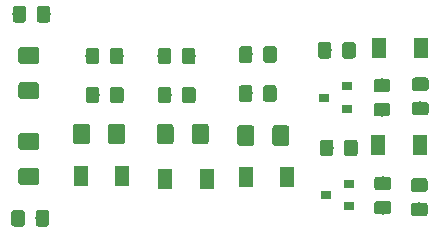
<source format=gbr>
%TF.GenerationSoftware,KiCad,Pcbnew,(5.1.4-0-10_14)*%
%TF.CreationDate,2019-08-17T10:21:19+03:00*%
%TF.ProjectId,Cooler_routed,436f6f6c-6572-45f7-926f-757465642e6b,rev?*%
%TF.SameCoordinates,Original*%
%TF.FileFunction,Paste,Top*%
%TF.FilePolarity,Positive*%
%FSLAX46Y46*%
G04 Gerber Fmt 4.6, Leading zero omitted, Abs format (unit mm)*
G04 Created by KiCad (PCBNEW (5.1.4-0-10_14)) date 2019-08-17 10:21:19*
%MOMM*%
%LPD*%
G04 APERTURE LIST*
%ADD10R,0.900000X0.800000*%
%ADD11C,0.150000*%
%ADD12C,1.150000*%
%ADD13C,1.425000*%
%ADD14R,1.300000X1.700000*%
G04 APERTURE END LIST*
D10*
%TO.C,Q1*%
X220418000Y-107122000D03*
X220418000Y-105222000D03*
X218418000Y-106172000D03*
%TD*%
D11*
%TO.C,R4*%
G36*
X226813505Y-104772204D02*
G01*
X226837773Y-104775804D01*
X226861572Y-104781765D01*
X226884671Y-104790030D01*
X226906850Y-104800520D01*
X226927893Y-104813132D01*
X226947599Y-104827747D01*
X226965777Y-104844223D01*
X226982253Y-104862401D01*
X226996868Y-104882107D01*
X227009480Y-104903150D01*
X227019970Y-104925329D01*
X227028235Y-104948428D01*
X227034196Y-104972227D01*
X227037796Y-104996495D01*
X227039000Y-105020999D01*
X227039000Y-105671001D01*
X227037796Y-105695505D01*
X227034196Y-105719773D01*
X227028235Y-105743572D01*
X227019970Y-105766671D01*
X227009480Y-105788850D01*
X226996868Y-105809893D01*
X226982253Y-105829599D01*
X226965777Y-105847777D01*
X226947599Y-105864253D01*
X226927893Y-105878868D01*
X226906850Y-105891480D01*
X226884671Y-105901970D01*
X226861572Y-105910235D01*
X226837773Y-105916196D01*
X226813505Y-105919796D01*
X226789001Y-105921000D01*
X225888999Y-105921000D01*
X225864495Y-105919796D01*
X225840227Y-105916196D01*
X225816428Y-105910235D01*
X225793329Y-105901970D01*
X225771150Y-105891480D01*
X225750107Y-105878868D01*
X225730401Y-105864253D01*
X225712223Y-105847777D01*
X225695747Y-105829599D01*
X225681132Y-105809893D01*
X225668520Y-105788850D01*
X225658030Y-105766671D01*
X225649765Y-105743572D01*
X225643804Y-105719773D01*
X225640204Y-105695505D01*
X225639000Y-105671001D01*
X225639000Y-105020999D01*
X225640204Y-104996495D01*
X225643804Y-104972227D01*
X225649765Y-104948428D01*
X225658030Y-104925329D01*
X225668520Y-104903150D01*
X225681132Y-104882107D01*
X225695747Y-104862401D01*
X225712223Y-104844223D01*
X225730401Y-104827747D01*
X225750107Y-104813132D01*
X225771150Y-104800520D01*
X225793329Y-104790030D01*
X225816428Y-104781765D01*
X225840227Y-104775804D01*
X225864495Y-104772204D01*
X225888999Y-104771000D01*
X226789001Y-104771000D01*
X226813505Y-104772204D01*
X226813505Y-104772204D01*
G37*
D12*
X226339000Y-105346000D03*
D11*
G36*
X226813505Y-106822204D02*
G01*
X226837773Y-106825804D01*
X226861572Y-106831765D01*
X226884671Y-106840030D01*
X226906850Y-106850520D01*
X226927893Y-106863132D01*
X226947599Y-106877747D01*
X226965777Y-106894223D01*
X226982253Y-106912401D01*
X226996868Y-106932107D01*
X227009480Y-106953150D01*
X227019970Y-106975329D01*
X227028235Y-106998428D01*
X227034196Y-107022227D01*
X227037796Y-107046495D01*
X227039000Y-107070999D01*
X227039000Y-107721001D01*
X227037796Y-107745505D01*
X227034196Y-107769773D01*
X227028235Y-107793572D01*
X227019970Y-107816671D01*
X227009480Y-107838850D01*
X226996868Y-107859893D01*
X226982253Y-107879599D01*
X226965777Y-107897777D01*
X226947599Y-107914253D01*
X226927893Y-107928868D01*
X226906850Y-107941480D01*
X226884671Y-107951970D01*
X226861572Y-107960235D01*
X226837773Y-107966196D01*
X226813505Y-107969796D01*
X226789001Y-107971000D01*
X225888999Y-107971000D01*
X225864495Y-107969796D01*
X225840227Y-107966196D01*
X225816428Y-107960235D01*
X225793329Y-107951970D01*
X225771150Y-107941480D01*
X225750107Y-107928868D01*
X225730401Y-107914253D01*
X225712223Y-107897777D01*
X225695747Y-107879599D01*
X225681132Y-107859893D01*
X225668520Y-107838850D01*
X225658030Y-107816671D01*
X225649765Y-107793572D01*
X225643804Y-107769773D01*
X225640204Y-107745505D01*
X225639000Y-107721001D01*
X225639000Y-107070999D01*
X225640204Y-107046495D01*
X225643804Y-107022227D01*
X225649765Y-106998428D01*
X225658030Y-106975329D01*
X225668520Y-106953150D01*
X225681132Y-106932107D01*
X225695747Y-106912401D01*
X225712223Y-106894223D01*
X225730401Y-106877747D01*
X225750107Y-106863132D01*
X225771150Y-106850520D01*
X225793329Y-106840030D01*
X225816428Y-106831765D01*
X225840227Y-106825804D01*
X225864495Y-106822204D01*
X225888999Y-106821000D01*
X226789001Y-106821000D01*
X226813505Y-106822204D01*
X226813505Y-106822204D01*
G37*
D12*
X226339000Y-107396000D03*
%TD*%
D11*
%TO.C,R5*%
G36*
X223702505Y-104628204D02*
G01*
X223726773Y-104631804D01*
X223750572Y-104637765D01*
X223773671Y-104646030D01*
X223795850Y-104656520D01*
X223816893Y-104669132D01*
X223836599Y-104683747D01*
X223854777Y-104700223D01*
X223871253Y-104718401D01*
X223885868Y-104738107D01*
X223898480Y-104759150D01*
X223908970Y-104781329D01*
X223917235Y-104804428D01*
X223923196Y-104828227D01*
X223926796Y-104852495D01*
X223928000Y-104876999D01*
X223928000Y-105527001D01*
X223926796Y-105551505D01*
X223923196Y-105575773D01*
X223917235Y-105599572D01*
X223908970Y-105622671D01*
X223898480Y-105644850D01*
X223885868Y-105665893D01*
X223871253Y-105685599D01*
X223854777Y-105703777D01*
X223836599Y-105720253D01*
X223816893Y-105734868D01*
X223795850Y-105747480D01*
X223773671Y-105757970D01*
X223750572Y-105766235D01*
X223726773Y-105772196D01*
X223702505Y-105775796D01*
X223678001Y-105777000D01*
X222777999Y-105777000D01*
X222753495Y-105775796D01*
X222729227Y-105772196D01*
X222705428Y-105766235D01*
X222682329Y-105757970D01*
X222660150Y-105747480D01*
X222639107Y-105734868D01*
X222619401Y-105720253D01*
X222601223Y-105703777D01*
X222584747Y-105685599D01*
X222570132Y-105665893D01*
X222557520Y-105644850D01*
X222547030Y-105622671D01*
X222538765Y-105599572D01*
X222532804Y-105575773D01*
X222529204Y-105551505D01*
X222528000Y-105527001D01*
X222528000Y-104876999D01*
X222529204Y-104852495D01*
X222532804Y-104828227D01*
X222538765Y-104804428D01*
X222547030Y-104781329D01*
X222557520Y-104759150D01*
X222570132Y-104738107D01*
X222584747Y-104718401D01*
X222601223Y-104700223D01*
X222619401Y-104683747D01*
X222639107Y-104669132D01*
X222660150Y-104656520D01*
X222682329Y-104646030D01*
X222705428Y-104637765D01*
X222729227Y-104631804D01*
X222753495Y-104628204D01*
X222777999Y-104627000D01*
X223678001Y-104627000D01*
X223702505Y-104628204D01*
X223702505Y-104628204D01*
G37*
D12*
X223228000Y-105202000D03*
D11*
G36*
X223702505Y-106678204D02*
G01*
X223726773Y-106681804D01*
X223750572Y-106687765D01*
X223773671Y-106696030D01*
X223795850Y-106706520D01*
X223816893Y-106719132D01*
X223836599Y-106733747D01*
X223854777Y-106750223D01*
X223871253Y-106768401D01*
X223885868Y-106788107D01*
X223898480Y-106809150D01*
X223908970Y-106831329D01*
X223917235Y-106854428D01*
X223923196Y-106878227D01*
X223926796Y-106902495D01*
X223928000Y-106926999D01*
X223928000Y-107577001D01*
X223926796Y-107601505D01*
X223923196Y-107625773D01*
X223917235Y-107649572D01*
X223908970Y-107672671D01*
X223898480Y-107694850D01*
X223885868Y-107715893D01*
X223871253Y-107735599D01*
X223854777Y-107753777D01*
X223836599Y-107770253D01*
X223816893Y-107784868D01*
X223795850Y-107797480D01*
X223773671Y-107807970D01*
X223750572Y-107816235D01*
X223726773Y-107822196D01*
X223702505Y-107825796D01*
X223678001Y-107827000D01*
X222777999Y-107827000D01*
X222753495Y-107825796D01*
X222729227Y-107822196D01*
X222705428Y-107816235D01*
X222682329Y-107807970D01*
X222660150Y-107797480D01*
X222639107Y-107784868D01*
X222619401Y-107770253D01*
X222601223Y-107753777D01*
X222584747Y-107735599D01*
X222570132Y-107715893D01*
X222557520Y-107694850D01*
X222547030Y-107672671D01*
X222538765Y-107649572D01*
X222532804Y-107625773D01*
X222529204Y-107601505D01*
X222528000Y-107577001D01*
X222528000Y-106926999D01*
X222529204Y-106902495D01*
X222532804Y-106878227D01*
X222538765Y-106854428D01*
X222547030Y-106831329D01*
X222557520Y-106809150D01*
X222570132Y-106788107D01*
X222584747Y-106768401D01*
X222601223Y-106750223D01*
X222619401Y-106733747D01*
X222639107Y-106719132D01*
X222660150Y-106706520D01*
X222682329Y-106696030D01*
X222705428Y-106687765D01*
X222729227Y-106681804D01*
X222753495Y-106678204D01*
X222777999Y-106677000D01*
X223678001Y-106677000D01*
X223702505Y-106678204D01*
X223702505Y-106678204D01*
G37*
D12*
X223228000Y-107252000D03*
%TD*%
D11*
%TO.C,R6*%
G36*
X220890505Y-101485204D02*
G01*
X220914773Y-101488804D01*
X220938572Y-101494765D01*
X220961671Y-101503030D01*
X220983850Y-101513520D01*
X221004893Y-101526132D01*
X221024599Y-101540747D01*
X221042777Y-101557223D01*
X221059253Y-101575401D01*
X221073868Y-101595107D01*
X221086480Y-101616150D01*
X221096970Y-101638329D01*
X221105235Y-101661428D01*
X221111196Y-101685227D01*
X221114796Y-101709495D01*
X221116000Y-101733999D01*
X221116000Y-102634001D01*
X221114796Y-102658505D01*
X221111196Y-102682773D01*
X221105235Y-102706572D01*
X221096970Y-102729671D01*
X221086480Y-102751850D01*
X221073868Y-102772893D01*
X221059253Y-102792599D01*
X221042777Y-102810777D01*
X221024599Y-102827253D01*
X221004893Y-102841868D01*
X220983850Y-102854480D01*
X220961671Y-102864970D01*
X220938572Y-102873235D01*
X220914773Y-102879196D01*
X220890505Y-102882796D01*
X220866001Y-102884000D01*
X220215999Y-102884000D01*
X220191495Y-102882796D01*
X220167227Y-102879196D01*
X220143428Y-102873235D01*
X220120329Y-102864970D01*
X220098150Y-102854480D01*
X220077107Y-102841868D01*
X220057401Y-102827253D01*
X220039223Y-102810777D01*
X220022747Y-102792599D01*
X220008132Y-102772893D01*
X219995520Y-102751850D01*
X219985030Y-102729671D01*
X219976765Y-102706572D01*
X219970804Y-102682773D01*
X219967204Y-102658505D01*
X219966000Y-102634001D01*
X219966000Y-101733999D01*
X219967204Y-101709495D01*
X219970804Y-101685227D01*
X219976765Y-101661428D01*
X219985030Y-101638329D01*
X219995520Y-101616150D01*
X220008132Y-101595107D01*
X220022747Y-101575401D01*
X220039223Y-101557223D01*
X220057401Y-101540747D01*
X220077107Y-101526132D01*
X220098150Y-101513520D01*
X220120329Y-101503030D01*
X220143428Y-101494765D01*
X220167227Y-101488804D01*
X220191495Y-101485204D01*
X220215999Y-101484000D01*
X220866001Y-101484000D01*
X220890505Y-101485204D01*
X220890505Y-101485204D01*
G37*
D12*
X220541000Y-102184000D03*
D11*
G36*
X218840505Y-101485204D02*
G01*
X218864773Y-101488804D01*
X218888572Y-101494765D01*
X218911671Y-101503030D01*
X218933850Y-101513520D01*
X218954893Y-101526132D01*
X218974599Y-101540747D01*
X218992777Y-101557223D01*
X219009253Y-101575401D01*
X219023868Y-101595107D01*
X219036480Y-101616150D01*
X219046970Y-101638329D01*
X219055235Y-101661428D01*
X219061196Y-101685227D01*
X219064796Y-101709495D01*
X219066000Y-101733999D01*
X219066000Y-102634001D01*
X219064796Y-102658505D01*
X219061196Y-102682773D01*
X219055235Y-102706572D01*
X219046970Y-102729671D01*
X219036480Y-102751850D01*
X219023868Y-102772893D01*
X219009253Y-102792599D01*
X218992777Y-102810777D01*
X218974599Y-102827253D01*
X218954893Y-102841868D01*
X218933850Y-102854480D01*
X218911671Y-102864970D01*
X218888572Y-102873235D01*
X218864773Y-102879196D01*
X218840505Y-102882796D01*
X218816001Y-102884000D01*
X218165999Y-102884000D01*
X218141495Y-102882796D01*
X218117227Y-102879196D01*
X218093428Y-102873235D01*
X218070329Y-102864970D01*
X218048150Y-102854480D01*
X218027107Y-102841868D01*
X218007401Y-102827253D01*
X217989223Y-102810777D01*
X217972747Y-102792599D01*
X217958132Y-102772893D01*
X217945520Y-102751850D01*
X217935030Y-102729671D01*
X217926765Y-102706572D01*
X217920804Y-102682773D01*
X217917204Y-102658505D01*
X217916000Y-102634001D01*
X217916000Y-101733999D01*
X217917204Y-101709495D01*
X217920804Y-101685227D01*
X217926765Y-101661428D01*
X217935030Y-101638329D01*
X217945520Y-101616150D01*
X217958132Y-101595107D01*
X217972747Y-101575401D01*
X217989223Y-101557223D01*
X218007401Y-101540747D01*
X218027107Y-101526132D01*
X218048150Y-101513520D01*
X218070329Y-101503030D01*
X218093428Y-101494765D01*
X218117227Y-101488804D01*
X218141495Y-101485204D01*
X218165999Y-101484000D01*
X218816001Y-101484000D01*
X218840505Y-101485204D01*
X218840505Y-101485204D01*
G37*
D12*
X218491000Y-102184000D03*
%TD*%
D11*
%TO.C,C5*%
G36*
X208273504Y-100142204D02*
G01*
X208297773Y-100145804D01*
X208321571Y-100151765D01*
X208344671Y-100160030D01*
X208366849Y-100170520D01*
X208387893Y-100183133D01*
X208407598Y-100197747D01*
X208425777Y-100214223D01*
X208442253Y-100232402D01*
X208456867Y-100252107D01*
X208469480Y-100273151D01*
X208479970Y-100295329D01*
X208488235Y-100318429D01*
X208494196Y-100342227D01*
X208497796Y-100366496D01*
X208499000Y-100391000D01*
X208499000Y-101641000D01*
X208497796Y-101665504D01*
X208494196Y-101689773D01*
X208488235Y-101713571D01*
X208479970Y-101736671D01*
X208469480Y-101758849D01*
X208456867Y-101779893D01*
X208442253Y-101799598D01*
X208425777Y-101817777D01*
X208407598Y-101834253D01*
X208387893Y-101848867D01*
X208366849Y-101861480D01*
X208344671Y-101871970D01*
X208321571Y-101880235D01*
X208297773Y-101886196D01*
X208273504Y-101889796D01*
X208249000Y-101891000D01*
X207324000Y-101891000D01*
X207299496Y-101889796D01*
X207275227Y-101886196D01*
X207251429Y-101880235D01*
X207228329Y-101871970D01*
X207206151Y-101861480D01*
X207185107Y-101848867D01*
X207165402Y-101834253D01*
X207147223Y-101817777D01*
X207130747Y-101799598D01*
X207116133Y-101779893D01*
X207103520Y-101758849D01*
X207093030Y-101736671D01*
X207084765Y-101713571D01*
X207078804Y-101689773D01*
X207075204Y-101665504D01*
X207074000Y-101641000D01*
X207074000Y-100391000D01*
X207075204Y-100366496D01*
X207078804Y-100342227D01*
X207084765Y-100318429D01*
X207093030Y-100295329D01*
X207103520Y-100273151D01*
X207116133Y-100252107D01*
X207130747Y-100232402D01*
X207147223Y-100214223D01*
X207165402Y-100197747D01*
X207185107Y-100183133D01*
X207206151Y-100170520D01*
X207228329Y-100160030D01*
X207251429Y-100151765D01*
X207275227Y-100145804D01*
X207299496Y-100142204D01*
X207324000Y-100141000D01*
X208249000Y-100141000D01*
X208273504Y-100142204D01*
X208273504Y-100142204D01*
G37*
D13*
X207786500Y-101016000D03*
D11*
G36*
X205298504Y-100142204D02*
G01*
X205322773Y-100145804D01*
X205346571Y-100151765D01*
X205369671Y-100160030D01*
X205391849Y-100170520D01*
X205412893Y-100183133D01*
X205432598Y-100197747D01*
X205450777Y-100214223D01*
X205467253Y-100232402D01*
X205481867Y-100252107D01*
X205494480Y-100273151D01*
X205504970Y-100295329D01*
X205513235Y-100318429D01*
X205519196Y-100342227D01*
X205522796Y-100366496D01*
X205524000Y-100391000D01*
X205524000Y-101641000D01*
X205522796Y-101665504D01*
X205519196Y-101689773D01*
X205513235Y-101713571D01*
X205504970Y-101736671D01*
X205494480Y-101758849D01*
X205481867Y-101779893D01*
X205467253Y-101799598D01*
X205450777Y-101817777D01*
X205432598Y-101834253D01*
X205412893Y-101848867D01*
X205391849Y-101861480D01*
X205369671Y-101871970D01*
X205346571Y-101880235D01*
X205322773Y-101886196D01*
X205298504Y-101889796D01*
X205274000Y-101891000D01*
X204349000Y-101891000D01*
X204324496Y-101889796D01*
X204300227Y-101886196D01*
X204276429Y-101880235D01*
X204253329Y-101871970D01*
X204231151Y-101861480D01*
X204210107Y-101848867D01*
X204190402Y-101834253D01*
X204172223Y-101817777D01*
X204155747Y-101799598D01*
X204141133Y-101779893D01*
X204128520Y-101758849D01*
X204118030Y-101736671D01*
X204109765Y-101713571D01*
X204103804Y-101689773D01*
X204100204Y-101665504D01*
X204099000Y-101641000D01*
X204099000Y-100391000D01*
X204100204Y-100366496D01*
X204103804Y-100342227D01*
X204109765Y-100318429D01*
X204118030Y-100295329D01*
X204128520Y-100273151D01*
X204141133Y-100252107D01*
X204155747Y-100232402D01*
X204172223Y-100214223D01*
X204190402Y-100197747D01*
X204210107Y-100183133D01*
X204231151Y-100170520D01*
X204253329Y-100160030D01*
X204276429Y-100151765D01*
X204300227Y-100145804D01*
X204324496Y-100142204D01*
X204349000Y-100141000D01*
X205274000Y-100141000D01*
X205298504Y-100142204D01*
X205298504Y-100142204D01*
G37*
D13*
X204811500Y-101016000D03*
%TD*%
D11*
%TO.C,C7*%
G36*
X201197504Y-100142204D02*
G01*
X201221773Y-100145804D01*
X201245571Y-100151765D01*
X201268671Y-100160030D01*
X201290849Y-100170520D01*
X201311893Y-100183133D01*
X201331598Y-100197747D01*
X201349777Y-100214223D01*
X201366253Y-100232402D01*
X201380867Y-100252107D01*
X201393480Y-100273151D01*
X201403970Y-100295329D01*
X201412235Y-100318429D01*
X201418196Y-100342227D01*
X201421796Y-100366496D01*
X201423000Y-100391000D01*
X201423000Y-101641000D01*
X201421796Y-101665504D01*
X201418196Y-101689773D01*
X201412235Y-101713571D01*
X201403970Y-101736671D01*
X201393480Y-101758849D01*
X201380867Y-101779893D01*
X201366253Y-101799598D01*
X201349777Y-101817777D01*
X201331598Y-101834253D01*
X201311893Y-101848867D01*
X201290849Y-101861480D01*
X201268671Y-101871970D01*
X201245571Y-101880235D01*
X201221773Y-101886196D01*
X201197504Y-101889796D01*
X201173000Y-101891000D01*
X200248000Y-101891000D01*
X200223496Y-101889796D01*
X200199227Y-101886196D01*
X200175429Y-101880235D01*
X200152329Y-101871970D01*
X200130151Y-101861480D01*
X200109107Y-101848867D01*
X200089402Y-101834253D01*
X200071223Y-101817777D01*
X200054747Y-101799598D01*
X200040133Y-101779893D01*
X200027520Y-101758849D01*
X200017030Y-101736671D01*
X200008765Y-101713571D01*
X200002804Y-101689773D01*
X199999204Y-101665504D01*
X199998000Y-101641000D01*
X199998000Y-100391000D01*
X199999204Y-100366496D01*
X200002804Y-100342227D01*
X200008765Y-100318429D01*
X200017030Y-100295329D01*
X200027520Y-100273151D01*
X200040133Y-100252107D01*
X200054747Y-100232402D01*
X200071223Y-100214223D01*
X200089402Y-100197747D01*
X200109107Y-100183133D01*
X200130151Y-100170520D01*
X200152329Y-100160030D01*
X200175429Y-100151765D01*
X200199227Y-100145804D01*
X200223496Y-100142204D01*
X200248000Y-100141000D01*
X201173000Y-100141000D01*
X201197504Y-100142204D01*
X201197504Y-100142204D01*
G37*
D13*
X200710500Y-101016000D03*
D11*
G36*
X198222504Y-100142204D02*
G01*
X198246773Y-100145804D01*
X198270571Y-100151765D01*
X198293671Y-100160030D01*
X198315849Y-100170520D01*
X198336893Y-100183133D01*
X198356598Y-100197747D01*
X198374777Y-100214223D01*
X198391253Y-100232402D01*
X198405867Y-100252107D01*
X198418480Y-100273151D01*
X198428970Y-100295329D01*
X198437235Y-100318429D01*
X198443196Y-100342227D01*
X198446796Y-100366496D01*
X198448000Y-100391000D01*
X198448000Y-101641000D01*
X198446796Y-101665504D01*
X198443196Y-101689773D01*
X198437235Y-101713571D01*
X198428970Y-101736671D01*
X198418480Y-101758849D01*
X198405867Y-101779893D01*
X198391253Y-101799598D01*
X198374777Y-101817777D01*
X198356598Y-101834253D01*
X198336893Y-101848867D01*
X198315849Y-101861480D01*
X198293671Y-101871970D01*
X198270571Y-101880235D01*
X198246773Y-101886196D01*
X198222504Y-101889796D01*
X198198000Y-101891000D01*
X197273000Y-101891000D01*
X197248496Y-101889796D01*
X197224227Y-101886196D01*
X197200429Y-101880235D01*
X197177329Y-101871970D01*
X197155151Y-101861480D01*
X197134107Y-101848867D01*
X197114402Y-101834253D01*
X197096223Y-101817777D01*
X197079747Y-101799598D01*
X197065133Y-101779893D01*
X197052520Y-101758849D01*
X197042030Y-101736671D01*
X197033765Y-101713571D01*
X197027804Y-101689773D01*
X197024204Y-101665504D01*
X197023000Y-101641000D01*
X197023000Y-100391000D01*
X197024204Y-100366496D01*
X197027804Y-100342227D01*
X197033765Y-100318429D01*
X197042030Y-100295329D01*
X197052520Y-100273151D01*
X197065133Y-100252107D01*
X197079747Y-100232402D01*
X197096223Y-100214223D01*
X197114402Y-100197747D01*
X197134107Y-100183133D01*
X197155151Y-100170520D01*
X197177329Y-100160030D01*
X197200429Y-100151765D01*
X197224227Y-100145804D01*
X197248496Y-100142204D01*
X197273000Y-100141000D01*
X198198000Y-100141000D01*
X198222504Y-100142204D01*
X198222504Y-100142204D01*
G37*
D13*
X197735500Y-101016000D03*
%TD*%
D11*
%TO.C,C8*%
G36*
X215094504Y-100269204D02*
G01*
X215118773Y-100272804D01*
X215142571Y-100278765D01*
X215165671Y-100287030D01*
X215187849Y-100297520D01*
X215208893Y-100310133D01*
X215228598Y-100324747D01*
X215246777Y-100341223D01*
X215263253Y-100359402D01*
X215277867Y-100379107D01*
X215290480Y-100400151D01*
X215300970Y-100422329D01*
X215309235Y-100445429D01*
X215315196Y-100469227D01*
X215318796Y-100493496D01*
X215320000Y-100518000D01*
X215320000Y-101768000D01*
X215318796Y-101792504D01*
X215315196Y-101816773D01*
X215309235Y-101840571D01*
X215300970Y-101863671D01*
X215290480Y-101885849D01*
X215277867Y-101906893D01*
X215263253Y-101926598D01*
X215246777Y-101944777D01*
X215228598Y-101961253D01*
X215208893Y-101975867D01*
X215187849Y-101988480D01*
X215165671Y-101998970D01*
X215142571Y-102007235D01*
X215118773Y-102013196D01*
X215094504Y-102016796D01*
X215070000Y-102018000D01*
X214145000Y-102018000D01*
X214120496Y-102016796D01*
X214096227Y-102013196D01*
X214072429Y-102007235D01*
X214049329Y-101998970D01*
X214027151Y-101988480D01*
X214006107Y-101975867D01*
X213986402Y-101961253D01*
X213968223Y-101944777D01*
X213951747Y-101926598D01*
X213937133Y-101906893D01*
X213924520Y-101885849D01*
X213914030Y-101863671D01*
X213905765Y-101840571D01*
X213899804Y-101816773D01*
X213896204Y-101792504D01*
X213895000Y-101768000D01*
X213895000Y-100518000D01*
X213896204Y-100493496D01*
X213899804Y-100469227D01*
X213905765Y-100445429D01*
X213914030Y-100422329D01*
X213924520Y-100400151D01*
X213937133Y-100379107D01*
X213951747Y-100359402D01*
X213968223Y-100341223D01*
X213986402Y-100324747D01*
X214006107Y-100310133D01*
X214027151Y-100297520D01*
X214049329Y-100287030D01*
X214072429Y-100278765D01*
X214096227Y-100272804D01*
X214120496Y-100269204D01*
X214145000Y-100268000D01*
X215070000Y-100268000D01*
X215094504Y-100269204D01*
X215094504Y-100269204D01*
G37*
D13*
X214607500Y-101143000D03*
D11*
G36*
X212119504Y-100269204D02*
G01*
X212143773Y-100272804D01*
X212167571Y-100278765D01*
X212190671Y-100287030D01*
X212212849Y-100297520D01*
X212233893Y-100310133D01*
X212253598Y-100324747D01*
X212271777Y-100341223D01*
X212288253Y-100359402D01*
X212302867Y-100379107D01*
X212315480Y-100400151D01*
X212325970Y-100422329D01*
X212334235Y-100445429D01*
X212340196Y-100469227D01*
X212343796Y-100493496D01*
X212345000Y-100518000D01*
X212345000Y-101768000D01*
X212343796Y-101792504D01*
X212340196Y-101816773D01*
X212334235Y-101840571D01*
X212325970Y-101863671D01*
X212315480Y-101885849D01*
X212302867Y-101906893D01*
X212288253Y-101926598D01*
X212271777Y-101944777D01*
X212253598Y-101961253D01*
X212233893Y-101975867D01*
X212212849Y-101988480D01*
X212190671Y-101998970D01*
X212167571Y-102007235D01*
X212143773Y-102013196D01*
X212119504Y-102016796D01*
X212095000Y-102018000D01*
X211170000Y-102018000D01*
X211145496Y-102016796D01*
X211121227Y-102013196D01*
X211097429Y-102007235D01*
X211074329Y-101998970D01*
X211052151Y-101988480D01*
X211031107Y-101975867D01*
X211011402Y-101961253D01*
X210993223Y-101944777D01*
X210976747Y-101926598D01*
X210962133Y-101906893D01*
X210949520Y-101885849D01*
X210939030Y-101863671D01*
X210930765Y-101840571D01*
X210924804Y-101816773D01*
X210921204Y-101792504D01*
X210920000Y-101768000D01*
X210920000Y-100518000D01*
X210921204Y-100493496D01*
X210924804Y-100469227D01*
X210930765Y-100445429D01*
X210939030Y-100422329D01*
X210949520Y-100400151D01*
X210962133Y-100379107D01*
X210976747Y-100359402D01*
X210993223Y-100341223D01*
X211011402Y-100324747D01*
X211031107Y-100310133D01*
X211052151Y-100297520D01*
X211074329Y-100287030D01*
X211097429Y-100278765D01*
X211121227Y-100272804D01*
X211145496Y-100269204D01*
X211170000Y-100268000D01*
X212095000Y-100268000D01*
X212119504Y-100269204D01*
X212119504Y-100269204D01*
G37*
D13*
X211632500Y-101143000D03*
%TD*%
D14*
%TO.C,D2*%
X204831000Y-104826000D03*
X208331000Y-104826000D03*
%TD*%
%TO.C,D3*%
X197663000Y-104572000D03*
X201163000Y-104572000D03*
%TD*%
%TO.C,D4*%
X226438000Y-93726000D03*
X222938000Y-93726000D03*
%TD*%
%TO.C,D5*%
X211661000Y-104699000D03*
X215161000Y-104699000D03*
%TD*%
%TO.C,D6*%
X222865000Y-101981000D03*
X226365000Y-101981000D03*
%TD*%
D11*
%TO.C,D7*%
G36*
X193918504Y-103900204D02*
G01*
X193942773Y-103903804D01*
X193966571Y-103909765D01*
X193989671Y-103918030D01*
X194011849Y-103928520D01*
X194032893Y-103941133D01*
X194052598Y-103955747D01*
X194070777Y-103972223D01*
X194087253Y-103990402D01*
X194101867Y-104010107D01*
X194114480Y-104031151D01*
X194124970Y-104053329D01*
X194133235Y-104076429D01*
X194139196Y-104100227D01*
X194142796Y-104124496D01*
X194144000Y-104149000D01*
X194144000Y-105074000D01*
X194142796Y-105098504D01*
X194139196Y-105122773D01*
X194133235Y-105146571D01*
X194124970Y-105169671D01*
X194114480Y-105191849D01*
X194101867Y-105212893D01*
X194087253Y-105232598D01*
X194070777Y-105250777D01*
X194052598Y-105267253D01*
X194032893Y-105281867D01*
X194011849Y-105294480D01*
X193989671Y-105304970D01*
X193966571Y-105313235D01*
X193942773Y-105319196D01*
X193918504Y-105322796D01*
X193894000Y-105324000D01*
X192644000Y-105324000D01*
X192619496Y-105322796D01*
X192595227Y-105319196D01*
X192571429Y-105313235D01*
X192548329Y-105304970D01*
X192526151Y-105294480D01*
X192505107Y-105281867D01*
X192485402Y-105267253D01*
X192467223Y-105250777D01*
X192450747Y-105232598D01*
X192436133Y-105212893D01*
X192423520Y-105191849D01*
X192413030Y-105169671D01*
X192404765Y-105146571D01*
X192398804Y-105122773D01*
X192395204Y-105098504D01*
X192394000Y-105074000D01*
X192394000Y-104149000D01*
X192395204Y-104124496D01*
X192398804Y-104100227D01*
X192404765Y-104076429D01*
X192413030Y-104053329D01*
X192423520Y-104031151D01*
X192436133Y-104010107D01*
X192450747Y-103990402D01*
X192467223Y-103972223D01*
X192485402Y-103955747D01*
X192505107Y-103941133D01*
X192526151Y-103928520D01*
X192548329Y-103918030D01*
X192571429Y-103909765D01*
X192595227Y-103903804D01*
X192619496Y-103900204D01*
X192644000Y-103899000D01*
X193894000Y-103899000D01*
X193918504Y-103900204D01*
X193918504Y-103900204D01*
G37*
D13*
X193269000Y-104611500D03*
D11*
G36*
X193918504Y-100925204D02*
G01*
X193942773Y-100928804D01*
X193966571Y-100934765D01*
X193989671Y-100943030D01*
X194011849Y-100953520D01*
X194032893Y-100966133D01*
X194052598Y-100980747D01*
X194070777Y-100997223D01*
X194087253Y-101015402D01*
X194101867Y-101035107D01*
X194114480Y-101056151D01*
X194124970Y-101078329D01*
X194133235Y-101101429D01*
X194139196Y-101125227D01*
X194142796Y-101149496D01*
X194144000Y-101174000D01*
X194144000Y-102099000D01*
X194142796Y-102123504D01*
X194139196Y-102147773D01*
X194133235Y-102171571D01*
X194124970Y-102194671D01*
X194114480Y-102216849D01*
X194101867Y-102237893D01*
X194087253Y-102257598D01*
X194070777Y-102275777D01*
X194052598Y-102292253D01*
X194032893Y-102306867D01*
X194011849Y-102319480D01*
X193989671Y-102329970D01*
X193966571Y-102338235D01*
X193942773Y-102344196D01*
X193918504Y-102347796D01*
X193894000Y-102349000D01*
X192644000Y-102349000D01*
X192619496Y-102347796D01*
X192595227Y-102344196D01*
X192571429Y-102338235D01*
X192548329Y-102329970D01*
X192526151Y-102319480D01*
X192505107Y-102306867D01*
X192485402Y-102292253D01*
X192467223Y-102275777D01*
X192450747Y-102257598D01*
X192436133Y-102237893D01*
X192423520Y-102216849D01*
X192413030Y-102194671D01*
X192404765Y-102171571D01*
X192398804Y-102147773D01*
X192395204Y-102123504D01*
X192394000Y-102099000D01*
X192394000Y-101174000D01*
X192395204Y-101149496D01*
X192398804Y-101125227D01*
X192404765Y-101101429D01*
X192413030Y-101078329D01*
X192423520Y-101056151D01*
X192436133Y-101035107D01*
X192450747Y-101015402D01*
X192467223Y-100997223D01*
X192485402Y-100980747D01*
X192505107Y-100966133D01*
X192526151Y-100953520D01*
X192548329Y-100943030D01*
X192571429Y-100934765D01*
X192595227Y-100928804D01*
X192619496Y-100925204D01*
X192644000Y-100924000D01*
X193894000Y-100924000D01*
X193918504Y-100925204D01*
X193918504Y-100925204D01*
G37*
D13*
X193269000Y-101636500D03*
%TD*%
D11*
%TO.C,D8*%
G36*
X193918504Y-96635804D02*
G01*
X193942773Y-96639404D01*
X193966571Y-96645365D01*
X193989671Y-96653630D01*
X194011849Y-96664120D01*
X194032893Y-96676733D01*
X194052598Y-96691347D01*
X194070777Y-96707823D01*
X194087253Y-96726002D01*
X194101867Y-96745707D01*
X194114480Y-96766751D01*
X194124970Y-96788929D01*
X194133235Y-96812029D01*
X194139196Y-96835827D01*
X194142796Y-96860096D01*
X194144000Y-96884600D01*
X194144000Y-97809600D01*
X194142796Y-97834104D01*
X194139196Y-97858373D01*
X194133235Y-97882171D01*
X194124970Y-97905271D01*
X194114480Y-97927449D01*
X194101867Y-97948493D01*
X194087253Y-97968198D01*
X194070777Y-97986377D01*
X194052598Y-98002853D01*
X194032893Y-98017467D01*
X194011849Y-98030080D01*
X193989671Y-98040570D01*
X193966571Y-98048835D01*
X193942773Y-98054796D01*
X193918504Y-98058396D01*
X193894000Y-98059600D01*
X192644000Y-98059600D01*
X192619496Y-98058396D01*
X192595227Y-98054796D01*
X192571429Y-98048835D01*
X192548329Y-98040570D01*
X192526151Y-98030080D01*
X192505107Y-98017467D01*
X192485402Y-98002853D01*
X192467223Y-97986377D01*
X192450747Y-97968198D01*
X192436133Y-97948493D01*
X192423520Y-97927449D01*
X192413030Y-97905271D01*
X192404765Y-97882171D01*
X192398804Y-97858373D01*
X192395204Y-97834104D01*
X192394000Y-97809600D01*
X192394000Y-96884600D01*
X192395204Y-96860096D01*
X192398804Y-96835827D01*
X192404765Y-96812029D01*
X192413030Y-96788929D01*
X192423520Y-96766751D01*
X192436133Y-96745707D01*
X192450747Y-96726002D01*
X192467223Y-96707823D01*
X192485402Y-96691347D01*
X192505107Y-96676733D01*
X192526151Y-96664120D01*
X192548329Y-96653630D01*
X192571429Y-96645365D01*
X192595227Y-96639404D01*
X192619496Y-96635804D01*
X192644000Y-96634600D01*
X193894000Y-96634600D01*
X193918504Y-96635804D01*
X193918504Y-96635804D01*
G37*
D13*
X193269000Y-97347100D03*
D11*
G36*
X193918504Y-93660804D02*
G01*
X193942773Y-93664404D01*
X193966571Y-93670365D01*
X193989671Y-93678630D01*
X194011849Y-93689120D01*
X194032893Y-93701733D01*
X194052598Y-93716347D01*
X194070777Y-93732823D01*
X194087253Y-93751002D01*
X194101867Y-93770707D01*
X194114480Y-93791751D01*
X194124970Y-93813929D01*
X194133235Y-93837029D01*
X194139196Y-93860827D01*
X194142796Y-93885096D01*
X194144000Y-93909600D01*
X194144000Y-94834600D01*
X194142796Y-94859104D01*
X194139196Y-94883373D01*
X194133235Y-94907171D01*
X194124970Y-94930271D01*
X194114480Y-94952449D01*
X194101867Y-94973493D01*
X194087253Y-94993198D01*
X194070777Y-95011377D01*
X194052598Y-95027853D01*
X194032893Y-95042467D01*
X194011849Y-95055080D01*
X193989671Y-95065570D01*
X193966571Y-95073835D01*
X193942773Y-95079796D01*
X193918504Y-95083396D01*
X193894000Y-95084600D01*
X192644000Y-95084600D01*
X192619496Y-95083396D01*
X192595227Y-95079796D01*
X192571429Y-95073835D01*
X192548329Y-95065570D01*
X192526151Y-95055080D01*
X192505107Y-95042467D01*
X192485402Y-95027853D01*
X192467223Y-95011377D01*
X192450747Y-94993198D01*
X192436133Y-94973493D01*
X192423520Y-94952449D01*
X192413030Y-94930271D01*
X192404765Y-94907171D01*
X192398804Y-94883373D01*
X192395204Y-94859104D01*
X192394000Y-94834600D01*
X192394000Y-93909600D01*
X192395204Y-93885096D01*
X192398804Y-93860827D01*
X192404765Y-93837029D01*
X192413030Y-93813929D01*
X192423520Y-93791751D01*
X192436133Y-93770707D01*
X192450747Y-93751002D01*
X192467223Y-93732823D01*
X192485402Y-93716347D01*
X192505107Y-93701733D01*
X192526151Y-93689120D01*
X192548329Y-93678630D01*
X192571429Y-93670365D01*
X192595227Y-93664404D01*
X192619496Y-93660804D01*
X192644000Y-93659600D01*
X193894000Y-93659600D01*
X193918504Y-93660804D01*
X193918504Y-93660804D01*
G37*
D13*
X193269000Y-94372100D03*
%TD*%
D10*
%TO.C,Q2*%
X220253000Y-98892400D03*
X220253000Y-96992400D03*
X218253000Y-97942400D03*
%TD*%
D11*
%TO.C,R1*%
G36*
X205115505Y-97015004D02*
G01*
X205139773Y-97018604D01*
X205163572Y-97024565D01*
X205186671Y-97032830D01*
X205208850Y-97043320D01*
X205229893Y-97055932D01*
X205249599Y-97070547D01*
X205267777Y-97087023D01*
X205284253Y-97105201D01*
X205298868Y-97124907D01*
X205311480Y-97145950D01*
X205321970Y-97168129D01*
X205330235Y-97191228D01*
X205336196Y-97215027D01*
X205339796Y-97239295D01*
X205341000Y-97263799D01*
X205341000Y-98163801D01*
X205339796Y-98188305D01*
X205336196Y-98212573D01*
X205330235Y-98236372D01*
X205321970Y-98259471D01*
X205311480Y-98281650D01*
X205298868Y-98302693D01*
X205284253Y-98322399D01*
X205267777Y-98340577D01*
X205249599Y-98357053D01*
X205229893Y-98371668D01*
X205208850Y-98384280D01*
X205186671Y-98394770D01*
X205163572Y-98403035D01*
X205139773Y-98408996D01*
X205115505Y-98412596D01*
X205091001Y-98413800D01*
X204440999Y-98413800D01*
X204416495Y-98412596D01*
X204392227Y-98408996D01*
X204368428Y-98403035D01*
X204345329Y-98394770D01*
X204323150Y-98384280D01*
X204302107Y-98371668D01*
X204282401Y-98357053D01*
X204264223Y-98340577D01*
X204247747Y-98322399D01*
X204233132Y-98302693D01*
X204220520Y-98281650D01*
X204210030Y-98259471D01*
X204201765Y-98236372D01*
X204195804Y-98212573D01*
X204192204Y-98188305D01*
X204191000Y-98163801D01*
X204191000Y-97263799D01*
X204192204Y-97239295D01*
X204195804Y-97215027D01*
X204201765Y-97191228D01*
X204210030Y-97168129D01*
X204220520Y-97145950D01*
X204233132Y-97124907D01*
X204247747Y-97105201D01*
X204264223Y-97087023D01*
X204282401Y-97070547D01*
X204302107Y-97055932D01*
X204323150Y-97043320D01*
X204345329Y-97032830D01*
X204368428Y-97024565D01*
X204392227Y-97018604D01*
X204416495Y-97015004D01*
X204440999Y-97013800D01*
X205091001Y-97013800D01*
X205115505Y-97015004D01*
X205115505Y-97015004D01*
G37*
D12*
X204766000Y-97713800D03*
D11*
G36*
X207165505Y-97015004D02*
G01*
X207189773Y-97018604D01*
X207213572Y-97024565D01*
X207236671Y-97032830D01*
X207258850Y-97043320D01*
X207279893Y-97055932D01*
X207299599Y-97070547D01*
X207317777Y-97087023D01*
X207334253Y-97105201D01*
X207348868Y-97124907D01*
X207361480Y-97145950D01*
X207371970Y-97168129D01*
X207380235Y-97191228D01*
X207386196Y-97215027D01*
X207389796Y-97239295D01*
X207391000Y-97263799D01*
X207391000Y-98163801D01*
X207389796Y-98188305D01*
X207386196Y-98212573D01*
X207380235Y-98236372D01*
X207371970Y-98259471D01*
X207361480Y-98281650D01*
X207348868Y-98302693D01*
X207334253Y-98322399D01*
X207317777Y-98340577D01*
X207299599Y-98357053D01*
X207279893Y-98371668D01*
X207258850Y-98384280D01*
X207236671Y-98394770D01*
X207213572Y-98403035D01*
X207189773Y-98408996D01*
X207165505Y-98412596D01*
X207141001Y-98413800D01*
X206490999Y-98413800D01*
X206466495Y-98412596D01*
X206442227Y-98408996D01*
X206418428Y-98403035D01*
X206395329Y-98394770D01*
X206373150Y-98384280D01*
X206352107Y-98371668D01*
X206332401Y-98357053D01*
X206314223Y-98340577D01*
X206297747Y-98322399D01*
X206283132Y-98302693D01*
X206270520Y-98281650D01*
X206260030Y-98259471D01*
X206251765Y-98236372D01*
X206245804Y-98212573D01*
X206242204Y-98188305D01*
X206241000Y-98163801D01*
X206241000Y-97263799D01*
X206242204Y-97239295D01*
X206245804Y-97215027D01*
X206251765Y-97191228D01*
X206260030Y-97168129D01*
X206270520Y-97145950D01*
X206283132Y-97124907D01*
X206297747Y-97105201D01*
X206314223Y-97087023D01*
X206332401Y-97070547D01*
X206352107Y-97055932D01*
X206373150Y-97043320D01*
X206395329Y-97032830D01*
X206418428Y-97024565D01*
X206442227Y-97018604D01*
X206466495Y-97015004D01*
X206490999Y-97013800D01*
X207141001Y-97013800D01*
X207165505Y-97015004D01*
X207165505Y-97015004D01*
G37*
D12*
X206816000Y-97713800D03*
%TD*%
D11*
%TO.C,R3*%
G36*
X205106505Y-93713004D02*
G01*
X205130773Y-93716604D01*
X205154572Y-93722565D01*
X205177671Y-93730830D01*
X205199850Y-93741320D01*
X205220893Y-93753932D01*
X205240599Y-93768547D01*
X205258777Y-93785023D01*
X205275253Y-93803201D01*
X205289868Y-93822907D01*
X205302480Y-93843950D01*
X205312970Y-93866129D01*
X205321235Y-93889228D01*
X205327196Y-93913027D01*
X205330796Y-93937295D01*
X205332000Y-93961799D01*
X205332000Y-94861801D01*
X205330796Y-94886305D01*
X205327196Y-94910573D01*
X205321235Y-94934372D01*
X205312970Y-94957471D01*
X205302480Y-94979650D01*
X205289868Y-95000693D01*
X205275253Y-95020399D01*
X205258777Y-95038577D01*
X205240599Y-95055053D01*
X205220893Y-95069668D01*
X205199850Y-95082280D01*
X205177671Y-95092770D01*
X205154572Y-95101035D01*
X205130773Y-95106996D01*
X205106505Y-95110596D01*
X205082001Y-95111800D01*
X204431999Y-95111800D01*
X204407495Y-95110596D01*
X204383227Y-95106996D01*
X204359428Y-95101035D01*
X204336329Y-95092770D01*
X204314150Y-95082280D01*
X204293107Y-95069668D01*
X204273401Y-95055053D01*
X204255223Y-95038577D01*
X204238747Y-95020399D01*
X204224132Y-95000693D01*
X204211520Y-94979650D01*
X204201030Y-94957471D01*
X204192765Y-94934372D01*
X204186804Y-94910573D01*
X204183204Y-94886305D01*
X204182000Y-94861801D01*
X204182000Y-93961799D01*
X204183204Y-93937295D01*
X204186804Y-93913027D01*
X204192765Y-93889228D01*
X204201030Y-93866129D01*
X204211520Y-93843950D01*
X204224132Y-93822907D01*
X204238747Y-93803201D01*
X204255223Y-93785023D01*
X204273401Y-93768547D01*
X204293107Y-93753932D01*
X204314150Y-93741320D01*
X204336329Y-93730830D01*
X204359428Y-93722565D01*
X204383227Y-93716604D01*
X204407495Y-93713004D01*
X204431999Y-93711800D01*
X205082001Y-93711800D01*
X205106505Y-93713004D01*
X205106505Y-93713004D01*
G37*
D12*
X204757000Y-94411800D03*
D11*
G36*
X207156505Y-93713004D02*
G01*
X207180773Y-93716604D01*
X207204572Y-93722565D01*
X207227671Y-93730830D01*
X207249850Y-93741320D01*
X207270893Y-93753932D01*
X207290599Y-93768547D01*
X207308777Y-93785023D01*
X207325253Y-93803201D01*
X207339868Y-93822907D01*
X207352480Y-93843950D01*
X207362970Y-93866129D01*
X207371235Y-93889228D01*
X207377196Y-93913027D01*
X207380796Y-93937295D01*
X207382000Y-93961799D01*
X207382000Y-94861801D01*
X207380796Y-94886305D01*
X207377196Y-94910573D01*
X207371235Y-94934372D01*
X207362970Y-94957471D01*
X207352480Y-94979650D01*
X207339868Y-95000693D01*
X207325253Y-95020399D01*
X207308777Y-95038577D01*
X207290599Y-95055053D01*
X207270893Y-95069668D01*
X207249850Y-95082280D01*
X207227671Y-95092770D01*
X207204572Y-95101035D01*
X207180773Y-95106996D01*
X207156505Y-95110596D01*
X207132001Y-95111800D01*
X206481999Y-95111800D01*
X206457495Y-95110596D01*
X206433227Y-95106996D01*
X206409428Y-95101035D01*
X206386329Y-95092770D01*
X206364150Y-95082280D01*
X206343107Y-95069668D01*
X206323401Y-95055053D01*
X206305223Y-95038577D01*
X206288747Y-95020399D01*
X206274132Y-95000693D01*
X206261520Y-94979650D01*
X206251030Y-94957471D01*
X206242765Y-94934372D01*
X206236804Y-94910573D01*
X206233204Y-94886305D01*
X206232000Y-94861801D01*
X206232000Y-93961799D01*
X206233204Y-93937295D01*
X206236804Y-93913027D01*
X206242765Y-93889228D01*
X206251030Y-93866129D01*
X206261520Y-93843950D01*
X206274132Y-93822907D01*
X206288747Y-93803201D01*
X206305223Y-93785023D01*
X206323401Y-93768547D01*
X206343107Y-93753932D01*
X206364150Y-93741320D01*
X206386329Y-93730830D01*
X206409428Y-93722565D01*
X206433227Y-93716604D01*
X206457495Y-93713004D01*
X206481999Y-93711800D01*
X207132001Y-93711800D01*
X207156505Y-93713004D01*
X207156505Y-93713004D01*
G37*
D12*
X206807000Y-94411800D03*
%TD*%
D11*
%TO.C,R7*%
G36*
X201060505Y-93713004D02*
G01*
X201084773Y-93716604D01*
X201108572Y-93722565D01*
X201131671Y-93730830D01*
X201153850Y-93741320D01*
X201174893Y-93753932D01*
X201194599Y-93768547D01*
X201212777Y-93785023D01*
X201229253Y-93803201D01*
X201243868Y-93822907D01*
X201256480Y-93843950D01*
X201266970Y-93866129D01*
X201275235Y-93889228D01*
X201281196Y-93913027D01*
X201284796Y-93937295D01*
X201286000Y-93961799D01*
X201286000Y-94861801D01*
X201284796Y-94886305D01*
X201281196Y-94910573D01*
X201275235Y-94934372D01*
X201266970Y-94957471D01*
X201256480Y-94979650D01*
X201243868Y-95000693D01*
X201229253Y-95020399D01*
X201212777Y-95038577D01*
X201194599Y-95055053D01*
X201174893Y-95069668D01*
X201153850Y-95082280D01*
X201131671Y-95092770D01*
X201108572Y-95101035D01*
X201084773Y-95106996D01*
X201060505Y-95110596D01*
X201036001Y-95111800D01*
X200385999Y-95111800D01*
X200361495Y-95110596D01*
X200337227Y-95106996D01*
X200313428Y-95101035D01*
X200290329Y-95092770D01*
X200268150Y-95082280D01*
X200247107Y-95069668D01*
X200227401Y-95055053D01*
X200209223Y-95038577D01*
X200192747Y-95020399D01*
X200178132Y-95000693D01*
X200165520Y-94979650D01*
X200155030Y-94957471D01*
X200146765Y-94934372D01*
X200140804Y-94910573D01*
X200137204Y-94886305D01*
X200136000Y-94861801D01*
X200136000Y-93961799D01*
X200137204Y-93937295D01*
X200140804Y-93913027D01*
X200146765Y-93889228D01*
X200155030Y-93866129D01*
X200165520Y-93843950D01*
X200178132Y-93822907D01*
X200192747Y-93803201D01*
X200209223Y-93785023D01*
X200227401Y-93768547D01*
X200247107Y-93753932D01*
X200268150Y-93741320D01*
X200290329Y-93730830D01*
X200313428Y-93722565D01*
X200337227Y-93716604D01*
X200361495Y-93713004D01*
X200385999Y-93711800D01*
X201036001Y-93711800D01*
X201060505Y-93713004D01*
X201060505Y-93713004D01*
G37*
D12*
X200711000Y-94411800D03*
D11*
G36*
X199010505Y-93713004D02*
G01*
X199034773Y-93716604D01*
X199058572Y-93722565D01*
X199081671Y-93730830D01*
X199103850Y-93741320D01*
X199124893Y-93753932D01*
X199144599Y-93768547D01*
X199162777Y-93785023D01*
X199179253Y-93803201D01*
X199193868Y-93822907D01*
X199206480Y-93843950D01*
X199216970Y-93866129D01*
X199225235Y-93889228D01*
X199231196Y-93913027D01*
X199234796Y-93937295D01*
X199236000Y-93961799D01*
X199236000Y-94861801D01*
X199234796Y-94886305D01*
X199231196Y-94910573D01*
X199225235Y-94934372D01*
X199216970Y-94957471D01*
X199206480Y-94979650D01*
X199193868Y-95000693D01*
X199179253Y-95020399D01*
X199162777Y-95038577D01*
X199144599Y-95055053D01*
X199124893Y-95069668D01*
X199103850Y-95082280D01*
X199081671Y-95092770D01*
X199058572Y-95101035D01*
X199034773Y-95106996D01*
X199010505Y-95110596D01*
X198986001Y-95111800D01*
X198335999Y-95111800D01*
X198311495Y-95110596D01*
X198287227Y-95106996D01*
X198263428Y-95101035D01*
X198240329Y-95092770D01*
X198218150Y-95082280D01*
X198197107Y-95069668D01*
X198177401Y-95055053D01*
X198159223Y-95038577D01*
X198142747Y-95020399D01*
X198128132Y-95000693D01*
X198115520Y-94979650D01*
X198105030Y-94957471D01*
X198096765Y-94934372D01*
X198090804Y-94910573D01*
X198087204Y-94886305D01*
X198086000Y-94861801D01*
X198086000Y-93961799D01*
X198087204Y-93937295D01*
X198090804Y-93913027D01*
X198096765Y-93889228D01*
X198105030Y-93866129D01*
X198115520Y-93843950D01*
X198128132Y-93822907D01*
X198142747Y-93803201D01*
X198159223Y-93785023D01*
X198177401Y-93768547D01*
X198197107Y-93753932D01*
X198218150Y-93741320D01*
X198240329Y-93730830D01*
X198263428Y-93722565D01*
X198287227Y-93716604D01*
X198311495Y-93713004D01*
X198335999Y-93711800D01*
X198986001Y-93711800D01*
X199010505Y-93713004D01*
X199010505Y-93713004D01*
G37*
D12*
X198661000Y-94411800D03*
%TD*%
D11*
%TO.C,R8*%
G36*
X201069505Y-97015004D02*
G01*
X201093773Y-97018604D01*
X201117572Y-97024565D01*
X201140671Y-97032830D01*
X201162850Y-97043320D01*
X201183893Y-97055932D01*
X201203599Y-97070547D01*
X201221777Y-97087023D01*
X201238253Y-97105201D01*
X201252868Y-97124907D01*
X201265480Y-97145950D01*
X201275970Y-97168129D01*
X201284235Y-97191228D01*
X201290196Y-97215027D01*
X201293796Y-97239295D01*
X201295000Y-97263799D01*
X201295000Y-98163801D01*
X201293796Y-98188305D01*
X201290196Y-98212573D01*
X201284235Y-98236372D01*
X201275970Y-98259471D01*
X201265480Y-98281650D01*
X201252868Y-98302693D01*
X201238253Y-98322399D01*
X201221777Y-98340577D01*
X201203599Y-98357053D01*
X201183893Y-98371668D01*
X201162850Y-98384280D01*
X201140671Y-98394770D01*
X201117572Y-98403035D01*
X201093773Y-98408996D01*
X201069505Y-98412596D01*
X201045001Y-98413800D01*
X200394999Y-98413800D01*
X200370495Y-98412596D01*
X200346227Y-98408996D01*
X200322428Y-98403035D01*
X200299329Y-98394770D01*
X200277150Y-98384280D01*
X200256107Y-98371668D01*
X200236401Y-98357053D01*
X200218223Y-98340577D01*
X200201747Y-98322399D01*
X200187132Y-98302693D01*
X200174520Y-98281650D01*
X200164030Y-98259471D01*
X200155765Y-98236372D01*
X200149804Y-98212573D01*
X200146204Y-98188305D01*
X200145000Y-98163801D01*
X200145000Y-97263799D01*
X200146204Y-97239295D01*
X200149804Y-97215027D01*
X200155765Y-97191228D01*
X200164030Y-97168129D01*
X200174520Y-97145950D01*
X200187132Y-97124907D01*
X200201747Y-97105201D01*
X200218223Y-97087023D01*
X200236401Y-97070547D01*
X200256107Y-97055932D01*
X200277150Y-97043320D01*
X200299329Y-97032830D01*
X200322428Y-97024565D01*
X200346227Y-97018604D01*
X200370495Y-97015004D01*
X200394999Y-97013800D01*
X201045001Y-97013800D01*
X201069505Y-97015004D01*
X201069505Y-97015004D01*
G37*
D12*
X200720000Y-97713800D03*
D11*
G36*
X199019505Y-97015004D02*
G01*
X199043773Y-97018604D01*
X199067572Y-97024565D01*
X199090671Y-97032830D01*
X199112850Y-97043320D01*
X199133893Y-97055932D01*
X199153599Y-97070547D01*
X199171777Y-97087023D01*
X199188253Y-97105201D01*
X199202868Y-97124907D01*
X199215480Y-97145950D01*
X199225970Y-97168129D01*
X199234235Y-97191228D01*
X199240196Y-97215027D01*
X199243796Y-97239295D01*
X199245000Y-97263799D01*
X199245000Y-98163801D01*
X199243796Y-98188305D01*
X199240196Y-98212573D01*
X199234235Y-98236372D01*
X199225970Y-98259471D01*
X199215480Y-98281650D01*
X199202868Y-98302693D01*
X199188253Y-98322399D01*
X199171777Y-98340577D01*
X199153599Y-98357053D01*
X199133893Y-98371668D01*
X199112850Y-98384280D01*
X199090671Y-98394770D01*
X199067572Y-98403035D01*
X199043773Y-98408996D01*
X199019505Y-98412596D01*
X198995001Y-98413800D01*
X198344999Y-98413800D01*
X198320495Y-98412596D01*
X198296227Y-98408996D01*
X198272428Y-98403035D01*
X198249329Y-98394770D01*
X198227150Y-98384280D01*
X198206107Y-98371668D01*
X198186401Y-98357053D01*
X198168223Y-98340577D01*
X198151747Y-98322399D01*
X198137132Y-98302693D01*
X198124520Y-98281650D01*
X198114030Y-98259471D01*
X198105765Y-98236372D01*
X198099804Y-98212573D01*
X198096204Y-98188305D01*
X198095000Y-98163801D01*
X198095000Y-97263799D01*
X198096204Y-97239295D01*
X198099804Y-97215027D01*
X198105765Y-97191228D01*
X198114030Y-97168129D01*
X198124520Y-97145950D01*
X198137132Y-97124907D01*
X198151747Y-97105201D01*
X198168223Y-97087023D01*
X198186401Y-97070547D01*
X198206107Y-97055932D01*
X198227150Y-97043320D01*
X198249329Y-97032830D01*
X198272428Y-97024565D01*
X198296227Y-97018604D01*
X198320495Y-97015004D01*
X198344999Y-97013800D01*
X198995001Y-97013800D01*
X199019505Y-97015004D01*
X199019505Y-97015004D01*
G37*
D12*
X198670000Y-97713800D03*
%TD*%
D11*
%TO.C,R9*%
G36*
X192720505Y-107454204D02*
G01*
X192744773Y-107457804D01*
X192768572Y-107463765D01*
X192791671Y-107472030D01*
X192813850Y-107482520D01*
X192834893Y-107495132D01*
X192854599Y-107509747D01*
X192872777Y-107526223D01*
X192889253Y-107544401D01*
X192903868Y-107564107D01*
X192916480Y-107585150D01*
X192926970Y-107607329D01*
X192935235Y-107630428D01*
X192941196Y-107654227D01*
X192944796Y-107678495D01*
X192946000Y-107702999D01*
X192946000Y-108603001D01*
X192944796Y-108627505D01*
X192941196Y-108651773D01*
X192935235Y-108675572D01*
X192926970Y-108698671D01*
X192916480Y-108720850D01*
X192903868Y-108741893D01*
X192889253Y-108761599D01*
X192872777Y-108779777D01*
X192854599Y-108796253D01*
X192834893Y-108810868D01*
X192813850Y-108823480D01*
X192791671Y-108833970D01*
X192768572Y-108842235D01*
X192744773Y-108848196D01*
X192720505Y-108851796D01*
X192696001Y-108853000D01*
X192045999Y-108853000D01*
X192021495Y-108851796D01*
X191997227Y-108848196D01*
X191973428Y-108842235D01*
X191950329Y-108833970D01*
X191928150Y-108823480D01*
X191907107Y-108810868D01*
X191887401Y-108796253D01*
X191869223Y-108779777D01*
X191852747Y-108761599D01*
X191838132Y-108741893D01*
X191825520Y-108720850D01*
X191815030Y-108698671D01*
X191806765Y-108675572D01*
X191800804Y-108651773D01*
X191797204Y-108627505D01*
X191796000Y-108603001D01*
X191796000Y-107702999D01*
X191797204Y-107678495D01*
X191800804Y-107654227D01*
X191806765Y-107630428D01*
X191815030Y-107607329D01*
X191825520Y-107585150D01*
X191838132Y-107564107D01*
X191852747Y-107544401D01*
X191869223Y-107526223D01*
X191887401Y-107509747D01*
X191907107Y-107495132D01*
X191928150Y-107482520D01*
X191950329Y-107472030D01*
X191973428Y-107463765D01*
X191997227Y-107457804D01*
X192021495Y-107454204D01*
X192045999Y-107453000D01*
X192696001Y-107453000D01*
X192720505Y-107454204D01*
X192720505Y-107454204D01*
G37*
D12*
X192371000Y-108153000D03*
D11*
G36*
X194770505Y-107454204D02*
G01*
X194794773Y-107457804D01*
X194818572Y-107463765D01*
X194841671Y-107472030D01*
X194863850Y-107482520D01*
X194884893Y-107495132D01*
X194904599Y-107509747D01*
X194922777Y-107526223D01*
X194939253Y-107544401D01*
X194953868Y-107564107D01*
X194966480Y-107585150D01*
X194976970Y-107607329D01*
X194985235Y-107630428D01*
X194991196Y-107654227D01*
X194994796Y-107678495D01*
X194996000Y-107702999D01*
X194996000Y-108603001D01*
X194994796Y-108627505D01*
X194991196Y-108651773D01*
X194985235Y-108675572D01*
X194976970Y-108698671D01*
X194966480Y-108720850D01*
X194953868Y-108741893D01*
X194939253Y-108761599D01*
X194922777Y-108779777D01*
X194904599Y-108796253D01*
X194884893Y-108810868D01*
X194863850Y-108823480D01*
X194841671Y-108833970D01*
X194818572Y-108842235D01*
X194794773Y-108848196D01*
X194770505Y-108851796D01*
X194746001Y-108853000D01*
X194095999Y-108853000D01*
X194071495Y-108851796D01*
X194047227Y-108848196D01*
X194023428Y-108842235D01*
X194000329Y-108833970D01*
X193978150Y-108823480D01*
X193957107Y-108810868D01*
X193937401Y-108796253D01*
X193919223Y-108779777D01*
X193902747Y-108761599D01*
X193888132Y-108741893D01*
X193875520Y-108720850D01*
X193865030Y-108698671D01*
X193856765Y-108675572D01*
X193850804Y-108651773D01*
X193847204Y-108627505D01*
X193846000Y-108603001D01*
X193846000Y-107702999D01*
X193847204Y-107678495D01*
X193850804Y-107654227D01*
X193856765Y-107630428D01*
X193865030Y-107607329D01*
X193875520Y-107585150D01*
X193888132Y-107564107D01*
X193902747Y-107544401D01*
X193919223Y-107526223D01*
X193937401Y-107509747D01*
X193957107Y-107495132D01*
X193978150Y-107482520D01*
X194000329Y-107472030D01*
X194023428Y-107463765D01*
X194047227Y-107457804D01*
X194071495Y-107454204D01*
X194095999Y-107453000D01*
X194746001Y-107453000D01*
X194770505Y-107454204D01*
X194770505Y-107454204D01*
G37*
D12*
X194421000Y-108153000D03*
%TD*%
D11*
%TO.C,R10*%
G36*
X194871505Y-90182404D02*
G01*
X194895773Y-90186004D01*
X194919572Y-90191965D01*
X194942671Y-90200230D01*
X194964850Y-90210720D01*
X194985893Y-90223332D01*
X195005599Y-90237947D01*
X195023777Y-90254423D01*
X195040253Y-90272601D01*
X195054868Y-90292307D01*
X195067480Y-90313350D01*
X195077970Y-90335529D01*
X195086235Y-90358628D01*
X195092196Y-90382427D01*
X195095796Y-90406695D01*
X195097000Y-90431199D01*
X195097000Y-91331201D01*
X195095796Y-91355705D01*
X195092196Y-91379973D01*
X195086235Y-91403772D01*
X195077970Y-91426871D01*
X195067480Y-91449050D01*
X195054868Y-91470093D01*
X195040253Y-91489799D01*
X195023777Y-91507977D01*
X195005599Y-91524453D01*
X194985893Y-91539068D01*
X194964850Y-91551680D01*
X194942671Y-91562170D01*
X194919572Y-91570435D01*
X194895773Y-91576396D01*
X194871505Y-91579996D01*
X194847001Y-91581200D01*
X194196999Y-91581200D01*
X194172495Y-91579996D01*
X194148227Y-91576396D01*
X194124428Y-91570435D01*
X194101329Y-91562170D01*
X194079150Y-91551680D01*
X194058107Y-91539068D01*
X194038401Y-91524453D01*
X194020223Y-91507977D01*
X194003747Y-91489799D01*
X193989132Y-91470093D01*
X193976520Y-91449050D01*
X193966030Y-91426871D01*
X193957765Y-91403772D01*
X193951804Y-91379973D01*
X193948204Y-91355705D01*
X193947000Y-91331201D01*
X193947000Y-90431199D01*
X193948204Y-90406695D01*
X193951804Y-90382427D01*
X193957765Y-90358628D01*
X193966030Y-90335529D01*
X193976520Y-90313350D01*
X193989132Y-90292307D01*
X194003747Y-90272601D01*
X194020223Y-90254423D01*
X194038401Y-90237947D01*
X194058107Y-90223332D01*
X194079150Y-90210720D01*
X194101329Y-90200230D01*
X194124428Y-90191965D01*
X194148227Y-90186004D01*
X194172495Y-90182404D01*
X194196999Y-90181200D01*
X194847001Y-90181200D01*
X194871505Y-90182404D01*
X194871505Y-90182404D01*
G37*
D12*
X194522000Y-90881200D03*
D11*
G36*
X192821505Y-90182404D02*
G01*
X192845773Y-90186004D01*
X192869572Y-90191965D01*
X192892671Y-90200230D01*
X192914850Y-90210720D01*
X192935893Y-90223332D01*
X192955599Y-90237947D01*
X192973777Y-90254423D01*
X192990253Y-90272601D01*
X193004868Y-90292307D01*
X193017480Y-90313350D01*
X193027970Y-90335529D01*
X193036235Y-90358628D01*
X193042196Y-90382427D01*
X193045796Y-90406695D01*
X193047000Y-90431199D01*
X193047000Y-91331201D01*
X193045796Y-91355705D01*
X193042196Y-91379973D01*
X193036235Y-91403772D01*
X193027970Y-91426871D01*
X193017480Y-91449050D01*
X193004868Y-91470093D01*
X192990253Y-91489799D01*
X192973777Y-91507977D01*
X192955599Y-91524453D01*
X192935893Y-91539068D01*
X192914850Y-91551680D01*
X192892671Y-91562170D01*
X192869572Y-91570435D01*
X192845773Y-91576396D01*
X192821505Y-91579996D01*
X192797001Y-91581200D01*
X192146999Y-91581200D01*
X192122495Y-91579996D01*
X192098227Y-91576396D01*
X192074428Y-91570435D01*
X192051329Y-91562170D01*
X192029150Y-91551680D01*
X192008107Y-91539068D01*
X191988401Y-91524453D01*
X191970223Y-91507977D01*
X191953747Y-91489799D01*
X191939132Y-91470093D01*
X191926520Y-91449050D01*
X191916030Y-91426871D01*
X191907765Y-91403772D01*
X191901804Y-91379973D01*
X191898204Y-91355705D01*
X191897000Y-91331201D01*
X191897000Y-90431199D01*
X191898204Y-90406695D01*
X191901804Y-90382427D01*
X191907765Y-90358628D01*
X191916030Y-90335529D01*
X191926520Y-90313350D01*
X191939132Y-90292307D01*
X191953747Y-90272601D01*
X191970223Y-90254423D01*
X191988401Y-90237947D01*
X192008107Y-90223332D01*
X192029150Y-90210720D01*
X192051329Y-90200230D01*
X192074428Y-90191965D01*
X192098227Y-90186004D01*
X192122495Y-90182404D01*
X192146999Y-90181200D01*
X192797001Y-90181200D01*
X192821505Y-90182404D01*
X192821505Y-90182404D01*
G37*
D12*
X192472000Y-90881200D03*
%TD*%
D11*
%TO.C,R11*%
G36*
X211973505Y-96888004D02*
G01*
X211997773Y-96891604D01*
X212021572Y-96897565D01*
X212044671Y-96905830D01*
X212066850Y-96916320D01*
X212087893Y-96928932D01*
X212107599Y-96943547D01*
X212125777Y-96960023D01*
X212142253Y-96978201D01*
X212156868Y-96997907D01*
X212169480Y-97018950D01*
X212179970Y-97041129D01*
X212188235Y-97064228D01*
X212194196Y-97088027D01*
X212197796Y-97112295D01*
X212199000Y-97136799D01*
X212199000Y-98036801D01*
X212197796Y-98061305D01*
X212194196Y-98085573D01*
X212188235Y-98109372D01*
X212179970Y-98132471D01*
X212169480Y-98154650D01*
X212156868Y-98175693D01*
X212142253Y-98195399D01*
X212125777Y-98213577D01*
X212107599Y-98230053D01*
X212087893Y-98244668D01*
X212066850Y-98257280D01*
X212044671Y-98267770D01*
X212021572Y-98276035D01*
X211997773Y-98281996D01*
X211973505Y-98285596D01*
X211949001Y-98286800D01*
X211298999Y-98286800D01*
X211274495Y-98285596D01*
X211250227Y-98281996D01*
X211226428Y-98276035D01*
X211203329Y-98267770D01*
X211181150Y-98257280D01*
X211160107Y-98244668D01*
X211140401Y-98230053D01*
X211122223Y-98213577D01*
X211105747Y-98195399D01*
X211091132Y-98175693D01*
X211078520Y-98154650D01*
X211068030Y-98132471D01*
X211059765Y-98109372D01*
X211053804Y-98085573D01*
X211050204Y-98061305D01*
X211049000Y-98036801D01*
X211049000Y-97136799D01*
X211050204Y-97112295D01*
X211053804Y-97088027D01*
X211059765Y-97064228D01*
X211068030Y-97041129D01*
X211078520Y-97018950D01*
X211091132Y-96997907D01*
X211105747Y-96978201D01*
X211122223Y-96960023D01*
X211140401Y-96943547D01*
X211160107Y-96928932D01*
X211181150Y-96916320D01*
X211203329Y-96905830D01*
X211226428Y-96897565D01*
X211250227Y-96891604D01*
X211274495Y-96888004D01*
X211298999Y-96886800D01*
X211949001Y-96886800D01*
X211973505Y-96888004D01*
X211973505Y-96888004D01*
G37*
D12*
X211624000Y-97586800D03*
D11*
G36*
X214023505Y-96888004D02*
G01*
X214047773Y-96891604D01*
X214071572Y-96897565D01*
X214094671Y-96905830D01*
X214116850Y-96916320D01*
X214137893Y-96928932D01*
X214157599Y-96943547D01*
X214175777Y-96960023D01*
X214192253Y-96978201D01*
X214206868Y-96997907D01*
X214219480Y-97018950D01*
X214229970Y-97041129D01*
X214238235Y-97064228D01*
X214244196Y-97088027D01*
X214247796Y-97112295D01*
X214249000Y-97136799D01*
X214249000Y-98036801D01*
X214247796Y-98061305D01*
X214244196Y-98085573D01*
X214238235Y-98109372D01*
X214229970Y-98132471D01*
X214219480Y-98154650D01*
X214206868Y-98175693D01*
X214192253Y-98195399D01*
X214175777Y-98213577D01*
X214157599Y-98230053D01*
X214137893Y-98244668D01*
X214116850Y-98257280D01*
X214094671Y-98267770D01*
X214071572Y-98276035D01*
X214047773Y-98281996D01*
X214023505Y-98285596D01*
X213999001Y-98286800D01*
X213348999Y-98286800D01*
X213324495Y-98285596D01*
X213300227Y-98281996D01*
X213276428Y-98276035D01*
X213253329Y-98267770D01*
X213231150Y-98257280D01*
X213210107Y-98244668D01*
X213190401Y-98230053D01*
X213172223Y-98213577D01*
X213155747Y-98195399D01*
X213141132Y-98175693D01*
X213128520Y-98154650D01*
X213118030Y-98132471D01*
X213109765Y-98109372D01*
X213103804Y-98085573D01*
X213100204Y-98061305D01*
X213099000Y-98036801D01*
X213099000Y-97136799D01*
X213100204Y-97112295D01*
X213103804Y-97088027D01*
X213109765Y-97064228D01*
X213118030Y-97041129D01*
X213128520Y-97018950D01*
X213141132Y-96997907D01*
X213155747Y-96978201D01*
X213172223Y-96960023D01*
X213190401Y-96943547D01*
X213210107Y-96928932D01*
X213231150Y-96916320D01*
X213253329Y-96905830D01*
X213276428Y-96897565D01*
X213300227Y-96891604D01*
X213324495Y-96888004D01*
X213348999Y-96886800D01*
X213999001Y-96886800D01*
X214023505Y-96888004D01*
X214023505Y-96888004D01*
G37*
D12*
X213674000Y-97586800D03*
%TD*%
D11*
%TO.C,R12*%
G36*
X211982505Y-93586004D02*
G01*
X212006773Y-93589604D01*
X212030572Y-93595565D01*
X212053671Y-93603830D01*
X212075850Y-93614320D01*
X212096893Y-93626932D01*
X212116599Y-93641547D01*
X212134777Y-93658023D01*
X212151253Y-93676201D01*
X212165868Y-93695907D01*
X212178480Y-93716950D01*
X212188970Y-93739129D01*
X212197235Y-93762228D01*
X212203196Y-93786027D01*
X212206796Y-93810295D01*
X212208000Y-93834799D01*
X212208000Y-94734801D01*
X212206796Y-94759305D01*
X212203196Y-94783573D01*
X212197235Y-94807372D01*
X212188970Y-94830471D01*
X212178480Y-94852650D01*
X212165868Y-94873693D01*
X212151253Y-94893399D01*
X212134777Y-94911577D01*
X212116599Y-94928053D01*
X212096893Y-94942668D01*
X212075850Y-94955280D01*
X212053671Y-94965770D01*
X212030572Y-94974035D01*
X212006773Y-94979996D01*
X211982505Y-94983596D01*
X211958001Y-94984800D01*
X211307999Y-94984800D01*
X211283495Y-94983596D01*
X211259227Y-94979996D01*
X211235428Y-94974035D01*
X211212329Y-94965770D01*
X211190150Y-94955280D01*
X211169107Y-94942668D01*
X211149401Y-94928053D01*
X211131223Y-94911577D01*
X211114747Y-94893399D01*
X211100132Y-94873693D01*
X211087520Y-94852650D01*
X211077030Y-94830471D01*
X211068765Y-94807372D01*
X211062804Y-94783573D01*
X211059204Y-94759305D01*
X211058000Y-94734801D01*
X211058000Y-93834799D01*
X211059204Y-93810295D01*
X211062804Y-93786027D01*
X211068765Y-93762228D01*
X211077030Y-93739129D01*
X211087520Y-93716950D01*
X211100132Y-93695907D01*
X211114747Y-93676201D01*
X211131223Y-93658023D01*
X211149401Y-93641547D01*
X211169107Y-93626932D01*
X211190150Y-93614320D01*
X211212329Y-93603830D01*
X211235428Y-93595565D01*
X211259227Y-93589604D01*
X211283495Y-93586004D01*
X211307999Y-93584800D01*
X211958001Y-93584800D01*
X211982505Y-93586004D01*
X211982505Y-93586004D01*
G37*
D12*
X211633000Y-94284800D03*
D11*
G36*
X214032505Y-93586004D02*
G01*
X214056773Y-93589604D01*
X214080572Y-93595565D01*
X214103671Y-93603830D01*
X214125850Y-93614320D01*
X214146893Y-93626932D01*
X214166599Y-93641547D01*
X214184777Y-93658023D01*
X214201253Y-93676201D01*
X214215868Y-93695907D01*
X214228480Y-93716950D01*
X214238970Y-93739129D01*
X214247235Y-93762228D01*
X214253196Y-93786027D01*
X214256796Y-93810295D01*
X214258000Y-93834799D01*
X214258000Y-94734801D01*
X214256796Y-94759305D01*
X214253196Y-94783573D01*
X214247235Y-94807372D01*
X214238970Y-94830471D01*
X214228480Y-94852650D01*
X214215868Y-94873693D01*
X214201253Y-94893399D01*
X214184777Y-94911577D01*
X214166599Y-94928053D01*
X214146893Y-94942668D01*
X214125850Y-94955280D01*
X214103671Y-94965770D01*
X214080572Y-94974035D01*
X214056773Y-94979996D01*
X214032505Y-94983596D01*
X214008001Y-94984800D01*
X213357999Y-94984800D01*
X213333495Y-94983596D01*
X213309227Y-94979996D01*
X213285428Y-94974035D01*
X213262329Y-94965770D01*
X213240150Y-94955280D01*
X213219107Y-94942668D01*
X213199401Y-94928053D01*
X213181223Y-94911577D01*
X213164747Y-94893399D01*
X213150132Y-94873693D01*
X213137520Y-94852650D01*
X213127030Y-94830471D01*
X213118765Y-94807372D01*
X213112804Y-94783573D01*
X213109204Y-94759305D01*
X213108000Y-94734801D01*
X213108000Y-93834799D01*
X213109204Y-93810295D01*
X213112804Y-93786027D01*
X213118765Y-93762228D01*
X213127030Y-93739129D01*
X213137520Y-93716950D01*
X213150132Y-93695907D01*
X213164747Y-93676201D01*
X213181223Y-93658023D01*
X213199401Y-93641547D01*
X213219107Y-93626932D01*
X213240150Y-93614320D01*
X213262329Y-93603830D01*
X213285428Y-93595565D01*
X213309227Y-93589604D01*
X213333495Y-93586004D01*
X213357999Y-93584800D01*
X214008001Y-93584800D01*
X214032505Y-93586004D01*
X214032505Y-93586004D01*
G37*
D12*
X213683000Y-94284800D03*
%TD*%
D11*
%TO.C,R13*%
G36*
X226890505Y-98283004D02*
G01*
X226914773Y-98286604D01*
X226938572Y-98292565D01*
X226961671Y-98300830D01*
X226983850Y-98311320D01*
X227004893Y-98323932D01*
X227024599Y-98338547D01*
X227042777Y-98355023D01*
X227059253Y-98373201D01*
X227073868Y-98392907D01*
X227086480Y-98413950D01*
X227096970Y-98436129D01*
X227105235Y-98459228D01*
X227111196Y-98483027D01*
X227114796Y-98507295D01*
X227116000Y-98531799D01*
X227116000Y-99181801D01*
X227114796Y-99206305D01*
X227111196Y-99230573D01*
X227105235Y-99254372D01*
X227096970Y-99277471D01*
X227086480Y-99299650D01*
X227073868Y-99320693D01*
X227059253Y-99340399D01*
X227042777Y-99358577D01*
X227024599Y-99375053D01*
X227004893Y-99389668D01*
X226983850Y-99402280D01*
X226961671Y-99412770D01*
X226938572Y-99421035D01*
X226914773Y-99426996D01*
X226890505Y-99430596D01*
X226866001Y-99431800D01*
X225965999Y-99431800D01*
X225941495Y-99430596D01*
X225917227Y-99426996D01*
X225893428Y-99421035D01*
X225870329Y-99412770D01*
X225848150Y-99402280D01*
X225827107Y-99389668D01*
X225807401Y-99375053D01*
X225789223Y-99358577D01*
X225772747Y-99340399D01*
X225758132Y-99320693D01*
X225745520Y-99299650D01*
X225735030Y-99277471D01*
X225726765Y-99254372D01*
X225720804Y-99230573D01*
X225717204Y-99206305D01*
X225716000Y-99181801D01*
X225716000Y-98531799D01*
X225717204Y-98507295D01*
X225720804Y-98483027D01*
X225726765Y-98459228D01*
X225735030Y-98436129D01*
X225745520Y-98413950D01*
X225758132Y-98392907D01*
X225772747Y-98373201D01*
X225789223Y-98355023D01*
X225807401Y-98338547D01*
X225827107Y-98323932D01*
X225848150Y-98311320D01*
X225870329Y-98300830D01*
X225893428Y-98292565D01*
X225917227Y-98286604D01*
X225941495Y-98283004D01*
X225965999Y-98281800D01*
X226866001Y-98281800D01*
X226890505Y-98283004D01*
X226890505Y-98283004D01*
G37*
D12*
X226416000Y-98856800D03*
D11*
G36*
X226890505Y-96233004D02*
G01*
X226914773Y-96236604D01*
X226938572Y-96242565D01*
X226961671Y-96250830D01*
X226983850Y-96261320D01*
X227004893Y-96273932D01*
X227024599Y-96288547D01*
X227042777Y-96305023D01*
X227059253Y-96323201D01*
X227073868Y-96342907D01*
X227086480Y-96363950D01*
X227096970Y-96386129D01*
X227105235Y-96409228D01*
X227111196Y-96433027D01*
X227114796Y-96457295D01*
X227116000Y-96481799D01*
X227116000Y-97131801D01*
X227114796Y-97156305D01*
X227111196Y-97180573D01*
X227105235Y-97204372D01*
X227096970Y-97227471D01*
X227086480Y-97249650D01*
X227073868Y-97270693D01*
X227059253Y-97290399D01*
X227042777Y-97308577D01*
X227024599Y-97325053D01*
X227004893Y-97339668D01*
X226983850Y-97352280D01*
X226961671Y-97362770D01*
X226938572Y-97371035D01*
X226914773Y-97376996D01*
X226890505Y-97380596D01*
X226866001Y-97381800D01*
X225965999Y-97381800D01*
X225941495Y-97380596D01*
X225917227Y-97376996D01*
X225893428Y-97371035D01*
X225870329Y-97362770D01*
X225848150Y-97352280D01*
X225827107Y-97339668D01*
X225807401Y-97325053D01*
X225789223Y-97308577D01*
X225772747Y-97290399D01*
X225758132Y-97270693D01*
X225745520Y-97249650D01*
X225735030Y-97227471D01*
X225726765Y-97204372D01*
X225720804Y-97180573D01*
X225717204Y-97156305D01*
X225716000Y-97131801D01*
X225716000Y-96481799D01*
X225717204Y-96457295D01*
X225720804Y-96433027D01*
X225726765Y-96409228D01*
X225735030Y-96386129D01*
X225745520Y-96363950D01*
X225758132Y-96342907D01*
X225772747Y-96323201D01*
X225789223Y-96305023D01*
X225807401Y-96288547D01*
X225827107Y-96273932D01*
X225848150Y-96261320D01*
X225870329Y-96250830D01*
X225893428Y-96242565D01*
X225917227Y-96236604D01*
X225941495Y-96233004D01*
X225965999Y-96231800D01*
X226866001Y-96231800D01*
X226890505Y-96233004D01*
X226890505Y-96233004D01*
G37*
D12*
X226416000Y-96806800D03*
%TD*%
D11*
%TO.C,R14*%
G36*
X223638505Y-96334604D02*
G01*
X223662773Y-96338204D01*
X223686572Y-96344165D01*
X223709671Y-96352430D01*
X223731850Y-96362920D01*
X223752893Y-96375532D01*
X223772599Y-96390147D01*
X223790777Y-96406623D01*
X223807253Y-96424801D01*
X223821868Y-96444507D01*
X223834480Y-96465550D01*
X223844970Y-96487729D01*
X223853235Y-96510828D01*
X223859196Y-96534627D01*
X223862796Y-96558895D01*
X223864000Y-96583399D01*
X223864000Y-97233401D01*
X223862796Y-97257905D01*
X223859196Y-97282173D01*
X223853235Y-97305972D01*
X223844970Y-97329071D01*
X223834480Y-97351250D01*
X223821868Y-97372293D01*
X223807253Y-97391999D01*
X223790777Y-97410177D01*
X223772599Y-97426653D01*
X223752893Y-97441268D01*
X223731850Y-97453880D01*
X223709671Y-97464370D01*
X223686572Y-97472635D01*
X223662773Y-97478596D01*
X223638505Y-97482196D01*
X223614001Y-97483400D01*
X222713999Y-97483400D01*
X222689495Y-97482196D01*
X222665227Y-97478596D01*
X222641428Y-97472635D01*
X222618329Y-97464370D01*
X222596150Y-97453880D01*
X222575107Y-97441268D01*
X222555401Y-97426653D01*
X222537223Y-97410177D01*
X222520747Y-97391999D01*
X222506132Y-97372293D01*
X222493520Y-97351250D01*
X222483030Y-97329071D01*
X222474765Y-97305972D01*
X222468804Y-97282173D01*
X222465204Y-97257905D01*
X222464000Y-97233401D01*
X222464000Y-96583399D01*
X222465204Y-96558895D01*
X222468804Y-96534627D01*
X222474765Y-96510828D01*
X222483030Y-96487729D01*
X222493520Y-96465550D01*
X222506132Y-96444507D01*
X222520747Y-96424801D01*
X222537223Y-96406623D01*
X222555401Y-96390147D01*
X222575107Y-96375532D01*
X222596150Y-96362920D01*
X222618329Y-96352430D01*
X222641428Y-96344165D01*
X222665227Y-96338204D01*
X222689495Y-96334604D01*
X222713999Y-96333400D01*
X223614001Y-96333400D01*
X223638505Y-96334604D01*
X223638505Y-96334604D01*
G37*
D12*
X223164000Y-96908400D03*
D11*
G36*
X223638505Y-98384604D02*
G01*
X223662773Y-98388204D01*
X223686572Y-98394165D01*
X223709671Y-98402430D01*
X223731850Y-98412920D01*
X223752893Y-98425532D01*
X223772599Y-98440147D01*
X223790777Y-98456623D01*
X223807253Y-98474801D01*
X223821868Y-98494507D01*
X223834480Y-98515550D01*
X223844970Y-98537729D01*
X223853235Y-98560828D01*
X223859196Y-98584627D01*
X223862796Y-98608895D01*
X223864000Y-98633399D01*
X223864000Y-99283401D01*
X223862796Y-99307905D01*
X223859196Y-99332173D01*
X223853235Y-99355972D01*
X223844970Y-99379071D01*
X223834480Y-99401250D01*
X223821868Y-99422293D01*
X223807253Y-99441999D01*
X223790777Y-99460177D01*
X223772599Y-99476653D01*
X223752893Y-99491268D01*
X223731850Y-99503880D01*
X223709671Y-99514370D01*
X223686572Y-99522635D01*
X223662773Y-99528596D01*
X223638505Y-99532196D01*
X223614001Y-99533400D01*
X222713999Y-99533400D01*
X222689495Y-99532196D01*
X222665227Y-99528596D01*
X222641428Y-99522635D01*
X222618329Y-99514370D01*
X222596150Y-99503880D01*
X222575107Y-99491268D01*
X222555401Y-99476653D01*
X222537223Y-99460177D01*
X222520747Y-99441999D01*
X222506132Y-99422293D01*
X222493520Y-99401250D01*
X222483030Y-99379071D01*
X222474765Y-99355972D01*
X222468804Y-99332173D01*
X222465204Y-99307905D01*
X222464000Y-99283401D01*
X222464000Y-98633399D01*
X222465204Y-98608895D01*
X222468804Y-98584627D01*
X222474765Y-98560828D01*
X222483030Y-98537729D01*
X222493520Y-98515550D01*
X222506132Y-98494507D01*
X222520747Y-98474801D01*
X222537223Y-98456623D01*
X222555401Y-98440147D01*
X222575107Y-98425532D01*
X222596150Y-98412920D01*
X222618329Y-98402430D01*
X222641428Y-98394165D01*
X222665227Y-98388204D01*
X222689495Y-98384604D01*
X222713999Y-98383400D01*
X223614001Y-98383400D01*
X223638505Y-98384604D01*
X223638505Y-98384604D01*
G37*
D12*
X223164000Y-98958400D03*
%TD*%
D11*
%TO.C,R15*%
G36*
X220719505Y-93230404D02*
G01*
X220743773Y-93234004D01*
X220767572Y-93239965D01*
X220790671Y-93248230D01*
X220812850Y-93258720D01*
X220833893Y-93271332D01*
X220853599Y-93285947D01*
X220871777Y-93302423D01*
X220888253Y-93320601D01*
X220902868Y-93340307D01*
X220915480Y-93361350D01*
X220925970Y-93383529D01*
X220934235Y-93406628D01*
X220940196Y-93430427D01*
X220943796Y-93454695D01*
X220945000Y-93479199D01*
X220945000Y-94379201D01*
X220943796Y-94403705D01*
X220940196Y-94427973D01*
X220934235Y-94451772D01*
X220925970Y-94474871D01*
X220915480Y-94497050D01*
X220902868Y-94518093D01*
X220888253Y-94537799D01*
X220871777Y-94555977D01*
X220853599Y-94572453D01*
X220833893Y-94587068D01*
X220812850Y-94599680D01*
X220790671Y-94610170D01*
X220767572Y-94618435D01*
X220743773Y-94624396D01*
X220719505Y-94627996D01*
X220695001Y-94629200D01*
X220044999Y-94629200D01*
X220020495Y-94627996D01*
X219996227Y-94624396D01*
X219972428Y-94618435D01*
X219949329Y-94610170D01*
X219927150Y-94599680D01*
X219906107Y-94587068D01*
X219886401Y-94572453D01*
X219868223Y-94555977D01*
X219851747Y-94537799D01*
X219837132Y-94518093D01*
X219824520Y-94497050D01*
X219814030Y-94474871D01*
X219805765Y-94451772D01*
X219799804Y-94427973D01*
X219796204Y-94403705D01*
X219795000Y-94379201D01*
X219795000Y-93479199D01*
X219796204Y-93454695D01*
X219799804Y-93430427D01*
X219805765Y-93406628D01*
X219814030Y-93383529D01*
X219824520Y-93361350D01*
X219837132Y-93340307D01*
X219851747Y-93320601D01*
X219868223Y-93302423D01*
X219886401Y-93285947D01*
X219906107Y-93271332D01*
X219927150Y-93258720D01*
X219949329Y-93248230D01*
X219972428Y-93239965D01*
X219996227Y-93234004D01*
X220020495Y-93230404D01*
X220044999Y-93229200D01*
X220695001Y-93229200D01*
X220719505Y-93230404D01*
X220719505Y-93230404D01*
G37*
D12*
X220370000Y-93929200D03*
D11*
G36*
X218669505Y-93230404D02*
G01*
X218693773Y-93234004D01*
X218717572Y-93239965D01*
X218740671Y-93248230D01*
X218762850Y-93258720D01*
X218783893Y-93271332D01*
X218803599Y-93285947D01*
X218821777Y-93302423D01*
X218838253Y-93320601D01*
X218852868Y-93340307D01*
X218865480Y-93361350D01*
X218875970Y-93383529D01*
X218884235Y-93406628D01*
X218890196Y-93430427D01*
X218893796Y-93454695D01*
X218895000Y-93479199D01*
X218895000Y-94379201D01*
X218893796Y-94403705D01*
X218890196Y-94427973D01*
X218884235Y-94451772D01*
X218875970Y-94474871D01*
X218865480Y-94497050D01*
X218852868Y-94518093D01*
X218838253Y-94537799D01*
X218821777Y-94555977D01*
X218803599Y-94572453D01*
X218783893Y-94587068D01*
X218762850Y-94599680D01*
X218740671Y-94610170D01*
X218717572Y-94618435D01*
X218693773Y-94624396D01*
X218669505Y-94627996D01*
X218645001Y-94629200D01*
X217994999Y-94629200D01*
X217970495Y-94627996D01*
X217946227Y-94624396D01*
X217922428Y-94618435D01*
X217899329Y-94610170D01*
X217877150Y-94599680D01*
X217856107Y-94587068D01*
X217836401Y-94572453D01*
X217818223Y-94555977D01*
X217801747Y-94537799D01*
X217787132Y-94518093D01*
X217774520Y-94497050D01*
X217764030Y-94474871D01*
X217755765Y-94451772D01*
X217749804Y-94427973D01*
X217746204Y-94403705D01*
X217745000Y-94379201D01*
X217745000Y-93479199D01*
X217746204Y-93454695D01*
X217749804Y-93430427D01*
X217755765Y-93406628D01*
X217764030Y-93383529D01*
X217774520Y-93361350D01*
X217787132Y-93340307D01*
X217801747Y-93320601D01*
X217818223Y-93302423D01*
X217836401Y-93285947D01*
X217856107Y-93271332D01*
X217877150Y-93258720D01*
X217899329Y-93248230D01*
X217922428Y-93239965D01*
X217946227Y-93234004D01*
X217970495Y-93230404D01*
X217994999Y-93229200D01*
X218645001Y-93229200D01*
X218669505Y-93230404D01*
X218669505Y-93230404D01*
G37*
D12*
X218320000Y-93929200D03*
%TD*%
M02*

</source>
